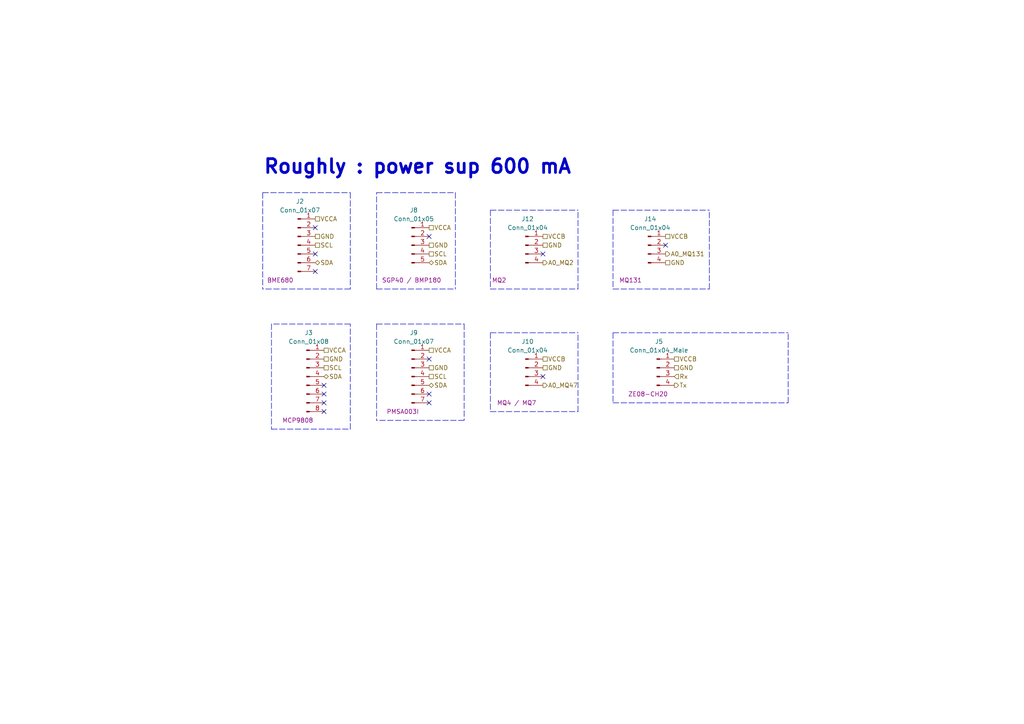
<source format=kicad_sch>
(kicad_sch (version 20211123) (generator eeschema)
  (paper "A4")
  (title_block (title "PCB power supply for sensors"))
  (lib_symbols
    (symbol "Connector:Conn_01x04_Male" (pin_names (offset 1.016) hide)
      (property "Reference" "J" (at 0 5.08 0))
      (property "Value" "Conn_01x04_Male" (at 0 -7.62 0))
      (symbol "Conn_01x04_Male_1_1"
        (polyline (pts (xy 1.27 -5.08) (xy 0.8636 -5.08)) (stroke (width 0.1524)))
        (polyline (pts (xy 1.27 -2.54) (xy 0.8636 -2.54)) (stroke (width 0.1524)))
        (polyline (pts (xy 1.27 0) (xy 0.8636 0)) (stroke (width 0.1524)))
        (polyline (pts (xy 1.27 2.54) (xy 0.8636 2.54)) (stroke (width 0.1524)))
        (rectangle (start 0.8636 -4.953) (end 0 -5.207) (stroke (width 0.1524)) (fill (type outline)))
        (rectangle (start 0.8636 -2.413) (end 0 -2.667) (stroke (width 0.1524)) (fill (type outline)))
        (rectangle (start 0.8636 0.127) (end 0 -0.127) (stroke (width 0.1524)) (fill (type outline)))
        (rectangle (start 0.8636 2.667) (end 0 2.413) (stroke (width 0.1524)) (fill (type outline)))
        (pin passive line (at 5.08 2.54 180) (length 3.81) (name "Pin_1") (number "1"))
        (pin passive line (at 5.08 0 180) (length 3.81) (name "Pin_2") (number "2"))
        (pin passive line (at 5.08 -2.54 180) (length 3.81) (name "Pin_3") (number "3"))
        (pin passive line (at 5.08 -5.08 180) (length 3.81) (name "Pin_4") (number "4"))
      )
    )
    (symbol "Connector:Conn_01x05_Male" (pin_names (offset 1.016) hide)
      (property "Reference" "J" (at 0 7.62 0))
      (property "Value" "Conn_01x05_Male" (at 0 -7.62 0))
      (symbol "Conn_01x05_Male_1_1"
        (polyline (pts (xy 1.27 -5.08) (xy 0.8636 -5.08)) (stroke (width 0.1524)))
        (polyline (pts (xy 1.27 -2.54) (xy 0.8636 -2.54)) (stroke (width 0.1524)))
        (polyline (pts (xy 1.27 0) (xy 0.8636 0)) (stroke (width 0.1524)))
        (polyline (pts (xy 1.27 2.54) (xy 0.8636 2.54)) (stroke (width 0.1524)))
        (polyline (pts (xy 1.27 5.08) (xy 0.8636 5.08)) (stroke (width 0.1524)))
        (rectangle (start 0.8636 -4.953) (end 0 -5.207) (stroke (width 0.1524)) (fill (type outline)))
        (rectangle (start 0.8636 -2.413) (end 0 -2.667) (stroke (width 0.1524)) (fill (type outline)))
        (rectangle (start 0.8636 0.127) (end 0 -0.127) (stroke (width 0.1524)) (fill (type outline)))
        (rectangle (start 0.8636 2.667) (end 0 2.413) (stroke (width 0.1524)) (fill (type outline)))
        (rectangle (start 0.8636 5.207) (end 0 4.953) (stroke (width 0.1524)) (fill (type outline)))
        (pin passive line (at 5.08 5.08 180) (length 3.81) (name "Pin_1") (number "1"))
        (pin passive line (at 5.08 2.54 180) (length 3.81) (name "Pin_2") (number "2"))
        (pin passive line (at 5.08 0 180) (length 3.81) (name "Pin_3") (number "3"))
        (pin passive line (at 5.08 -2.54 180) (length 3.81) (name "Pin_4") (number "4"))
        (pin passive line (at 5.08 -5.08 180) (length 3.81) (name "Pin_5") (number "5"))
      )
    )
    (symbol "Connector:Conn_01x07_Male" (pin_names (offset 1.016) hide)
      (property "Reference" "J" (at 0 10.16 0))
      (property "Value" "Conn_01x07_Male" (at 0 -10.16 0))
      (symbol "Conn_01x07_Male_1_1"
        (polyline (pts (xy 1.27 -7.62) (xy 0.8636 -7.62)) (stroke (width 0.1524)))
        (polyline (pts (xy 1.27 -5.08) (xy 0.8636 -5.08)) (stroke (width 0.1524)))
        (polyline (pts (xy 1.27 -2.54) (xy 0.8636 -2.54)) (stroke (width 0.1524)))
        (polyline (pts (xy 1.27 0) (xy 0.8636 0)) (stroke (width 0.1524)))
        (polyline (pts (xy 1.27 2.54) (xy 0.8636 2.54)) (stroke (width 0.1524)))
        (polyline (pts (xy 1.27 5.08) (xy 0.8636 5.08)) (stroke (width 0.1524)))
        (polyline (pts (xy 1.27 7.62) (xy 0.8636 7.62)) (stroke (width 0.1524)))
        (rectangle (start 0.8636 -7.493) (end 0 -7.747) (stroke (width 0.1524)) (fill (type outline)))
        (rectangle (start 0.8636 -4.953) (end 0 -5.207) (stroke (width 0.1524)) (fill (type outline)))
        (rectangle (start 0.8636 -2.413) (end 0 -2.667) (stroke (width 0.1524)) (fill (type outline)))
        (rectangle (start 0.8636 0.127) (end 0 -0.127) (stroke (width 0.1524)) (fill (type outline)))
        (rectangle (start 0.8636 2.667) (end 0 2.413) (stroke (width 0.1524)) (fill (type outline)))
        (rectangle (start 0.8636 5.207) (end 0 4.953) (stroke (width 0.1524)) (fill (type outline)))
        (rectangle (start 0.8636 7.747) (end 0 7.493) (stroke (width 0.1524)) (fill (type outline)))
        (pin passive line (at 5.08 7.62 180) (length 3.81) (name "Pin_1") (number "1"))
        (pin passive line (at 5.08 5.08 180) (length 3.81) (name "Pin_2") (number "2"))
        (pin passive line (at 5.08 2.54 180) (length 3.81) (name "Pin_3") (number "3"))
        (pin passive line (at 5.08 0 180) (length 3.81) (name "Pin_4") (number "4"))
        (pin passive line (at 5.08 -2.54 180) (length 3.81) (name "Pin_5") (number "5"))
        (pin passive line (at 5.08 -5.08 180) (length 3.81) (name "Pin_6") (number "6"))
        (pin passive line (at 5.08 -7.62 180) (length 3.81) (name "Pin_7") (number "7"))
      )
    )
    (symbol "Connector:Conn_01x08_Male" (pin_names (offset 1.016) hide)
      (property "Reference" "J" (at 0 10.16 0))
      (property "Value" "Conn_01x08_Male" (at 0 -12.7 0))
      (symbol "Conn_01x08_Male_1_1"
        (polyline (pts (xy 1.27 -10.16) (xy 0.8636 -10.16)) (stroke (width 0.1524)))
        (polyline (pts (xy 1.27 -7.62) (xy 0.8636 -7.62)) (stroke (width 0.1524)))
        (polyline (pts (xy 1.27 -5.08) (xy 0.8636 -5.08)) (stroke (width 0.1524)))
        (polyline (pts (xy 1.27 -2.54) (xy 0.8636 -2.54)) (stroke (width 0.1524)))
        (polyline (pts (xy 1.27 0) (xy 0.8636 0)) (stroke (width 0.1524)))
        (polyline (pts (xy 1.27 2.54) (xy 0.8636 2.54)) (stroke (width 0.1524)))
        (polyline (pts (xy 1.27 5.08) (xy 0.8636 5.08)) (stroke (width 0.1524)))
        (polyline (pts (xy 1.27 7.62) (xy 0.8636 7.62)) (stroke (width 0.1524)))
        (rectangle (start 0.8636 -10.033) (end 0 -10.287) (stroke (width 0.1524)) (fill (type outline)))
        (rectangle (start 0.8636 -7.493) (end 0 -7.747) (stroke (width 0.1524)) (fill (type outline)))
        (rectangle (start 0.8636 -4.953) (end 0 -5.207) (stroke (width 0.1524)) (fill (type outline)))
        (rectangle (start 0.8636 -2.413) (end 0 -2.667) (stroke (width 0.1524)) (fill (type outline)))
        (rectangle (start 0.8636 0.127) (end 0 -0.127) (stroke (width 0.1524)) (fill (type outline)))
        (rectangle (start 0.8636 2.667) (end 0 2.413) (stroke (width 0.1524)) (fill (type outline)))
        (rectangle (start 0.8636 5.207) (end 0 4.953) (stroke (width 0.1524)) (fill (type outline)))
        (rectangle (start 0.8636 7.747) (end 0 7.493) (stroke (width 0.1524)) (fill (type outline)))
        (pin passive line (at 5.08 7.62 180) (length 3.81) (name "Pin_1") (number "1"))
        (pin passive line (at 5.08 5.08 180) (length 3.81) (name "Pin_2") (number "2"))
        (pin passive line (at 5.08 2.54 180) (length 3.81) (name "Pin_3") (number "3"))
        (pin passive line (at 5.08 0 180) (length 3.81) (name "Pin_4") (number "4"))
        (pin passive line (at 5.08 -2.54 180) (length 3.81) (name "Pin_5") (number "5"))
        (pin passive line (at 5.08 -5.08 180) (length 3.81) (name "Pin_6") (number "6"))
        (pin passive line (at 5.08 -7.62 180) (length 3.81) (name "Pin_7") (number "7"))
        (pin passive line (at 5.08 -10.16 180) (length 3.81) (name "Pin_8") (number "8"))
      )
    )
  )
  (no_connect (at 91.44 73.66))
  (no_connect (at 124.46 104.14))
  (no_connect (at 93.98 111.76))
  (no_connect (at 93.98 119.38))
  (no_connect (at 93.98 114.3))
  (no_connect (at 93.98 116.84))
  (no_connect (at 157.48 73.66))
  (no_connect (at 124.46 68.58))
  (no_connect (at 91.44 78.74))
  (no_connect (at 91.44 66.04))
  (no_connect (at 124.46 114.3))
  (no_connect (at 193.04 71.12))
  (no_connect (at 124.46 116.84))
  (no_connect (at 157.48 109.22))
  (polyline (pts (xy 101.6 124.46) (xy 101.6 93.98)))
  (polyline (pts (xy 167.64 83.82) (xy 167.64 60.96)))
  (polyline (pts (xy 109.22 93.98) (xy 109.22 121.92)))
  (polyline (pts (xy 177.8 116.84) (xy 228.6 116.84)))
  (polyline (pts (xy 109.22 83.82) (xy 132.08 83.82)))
  (polyline (pts (xy 142.24 119.38) (xy 167.64 119.38)))
  (polyline (pts (xy 142.24 83.82) (xy 167.64 83.82)))
  (polyline (pts (xy 142.24 96.52) (xy 142.24 119.38)))
  (polyline (pts (xy 76.2 55.88) (xy 101.6 55.88)))
  (polyline (pts (xy 142.24 96.52) (xy 167.64 96.52)))
  (polyline (pts (xy 132.08 55.88) (xy 132.08 83.82)))
  (polyline (pts (xy 101.6 55.88) (xy 101.6 83.82)))
  (polyline (pts (xy 109.22 55.88) (xy 132.08 55.88)))
  (polyline (pts (xy 177.8 83.82) (xy 205.74 83.82)))
  (polyline (pts (xy 134.62 93.98) (xy 134.62 121.92)))
  (polyline (pts (xy 228.6 116.84) (xy 228.6 96.52)))
  (polyline (pts (xy 142.24 60.96) (xy 167.64 60.96)))
  (polyline (pts (xy 109.22 83.82) (xy 109.22 55.88)))
  (polyline (pts (xy 205.74 83.82) (xy 205.74 60.96)))
  (polyline (pts (xy 134.62 121.92) (xy 109.22 121.92)))
  (polyline (pts (xy 78.74 93.98) (xy 78.74 124.46)))
  (polyline (pts (xy 78.74 124.46) (xy 101.6 124.46)))
  (polyline (pts (xy 109.22 93.98) (xy 134.62 93.98)))
  (polyline (pts (xy 76.2 55.88) (xy 76.2 83.82)))
  (polyline (pts (xy 177.8 96.52) (xy 228.6 96.52)))
  (polyline (pts (xy 167.64 119.38) (xy 167.64 96.52)))
  (polyline (pts (xy 142.24 60.96) (xy 142.24 83.82)))
  (polyline (pts (xy 177.8 96.52) (xy 177.8 116.84)))
  (polyline (pts (xy 101.6 93.98) (xy 78.74 93.98)))
  (polyline (pts (xy 177.8 60.96) (xy 205.74 60.96)))
  (polyline (pts (xy 177.8 60.96) (xy 177.8 83.82)))
  (polyline (pts (xy 101.6 83.82) (xy 76.2 83.82)))
  (text "Roughly : power sup 600 mA" (at 76.2 50.8 0) (effects (font (size 4 4) (thickness 0.8) bold) (justify left bottom)))
  (hierarchical_label "Tx" (shape output) (at 195.58 111.76 0))
  (hierarchical_label "SDA" (shape bidirectional) (at 124.46 76.2 0))
  (hierarchical_label "A0_MQ131" (shape output) (at 193.04 73.66 0))
  (hierarchical_label "GND" (shape passive) (at 195.58 106.68 0))
  (hierarchical_label "VCCB" (shape passive) (at 157.48 104.14 0))
  (hierarchical_label "SCL" (shape passive) (at 91.44 71.12 0))
  (hierarchical_label "A0_MQ47" (shape output) (at 157.48 111.76 0))
  (hierarchical_label "SCL" (shape passive) (at 124.46 73.66 0))
  (hierarchical_label "SCL" (shape passive) (at 124.46 109.22 0))
  (hierarchical_label "SDA" (shape bidirectional) (at 91.44 76.2 0))
  (hierarchical_label "A0_MQ2" (shape output) (at 157.48 76.2 0))
  (hierarchical_label "VCCA" (shape passive) (at 124.46 101.6 0))
  (hierarchical_label "VCCA" (shape passive) (at 124.46 66.04 0))
  (hierarchical_label "VCCB" (shape passive) (at 195.58 104.14 0))
  (hierarchical_label "VCCA" (shape passive) (at 93.98 101.6 0))
  (hierarchical_label "GND" (shape passive) (at 157.48 106.68 0))
  (hierarchical_label "GND" (shape passive) (at 91.44 68.58 0))
  (hierarchical_label "GND" (shape passive) (at 124.46 106.68 0))
  (hierarchical_label "Rx" (shape input) (at 195.58 109.22 0))
  (hierarchical_label "SDA" (shape bidirectional) (at 93.98 109.22 0))
  (hierarchical_label "VCCB" (shape passive) (at 157.48 68.58 0))
  (hierarchical_label "VCCB" (shape passive) (at 193.04 68.58 0))
  (hierarchical_label "VCCA" (shape passive) (at 91.44 63.5 0))
  (hierarchical_label "GND" (shape passive) (at 93.98 104.14 0))
  (hierarchical_label "SDA" (shape bidirectional) (at 124.46 111.76 0))
  (hierarchical_label "GND" (shape passive) (at 193.04 76.2 0))
  (hierarchical_label "GND" (shape passive) (at 124.46 71.12 0))
  (hierarchical_label "GND" (shape passive) (at 157.48 71.12 0))
  (hierarchical_label "SCL" (shape passive) (at 93.98 106.68 0))
  (symbol (lib_id "Connector:Conn_01x05_Male") (at 119.38 71.12 0) (unit 1)
    (property "Reference" "J8" (at 120.015 60.96 0))
    (property "Value" "Conn_01x05" (at 120.015 63.5 0))
    (property "Footprint" "Connector_PinSocket_2.54mm:PinSocket_1x05_P2.54mm_Vertical" (effects hide))
    (property "Datasheet" "https://docs.rs-online.com/1956/A700000007055193.pdf" (effects hide))
    (property "Purpose" "SGP40 / BMP180" (at 119.38 81.28 0))
    (property "Consumption" "4 mA" (effects hide))
  )
  (symbol (lib_id "Connector:Conn_01x04_Male") (at 187.96 71.12 0) (unit 1)
    (property "Reference" "J14" (at 188.595 63.5 0))
    (property "Value" "Conn_01x04" (at 188.595 66.04 0))
    (property "Footprint" "Connector_PinSocket_2.54mm:PinSocket_1x04_P2.54mm_Vertical" (effects hide))
    (property "Purpose" "MQ131" (at 182.88 81.28 0))
    (property "Consumption" "150 mA" (effects hide))
  )
  (symbol (lib_id "Connector:Conn_01x07_Male") (at 86.36 71.12 0) (unit 1)
    (property "Reference" "J2" (at 86.995 58.42 0))
    (property "Value" "Conn_01x07" (at 86.995 60.96 0))
    (property "Footprint" "Connector_PinSocket_2.54mm:PinSocket_1x07_P2.54mm_Vertical" (effects hide))
    (property "Datasheet" "https://cdn-shop.adafruit.com/product-files/3660/BME680.pdf" (effects hide))
    (property "Purpose" "BME680" (at 81.28 81.28 0))
    (property "Consumption" "12 mA" (effects hide))
  )
  (symbol (lib_id "Connector:Conn_01x04_Male") (at 190.5 106.68 0) (unit 1)
    (property "Reference" "J5" (at 191.135 99.06 0))
    (property "Value" "Conn_01x04_Male" (at 191.135 101.6 0))
    (property "Footprint" "Connector_PinSocket_2.54mm:PinSocket_1x04_P2.54mm_Vertical" (effects hide))
    (property "Datasheet" "https://www.komputer.de/wordpress/wp-content/uploads/2017/07/ZE08-CH2O-V1.0.pdf" (effects hide))
    (property "Puprose" "ZE08-CH20" (at 187.96 114.3 0))
    (property "Sensing role" "Fornakdehyde gas" (effects hide))
    (property "Details" "4. Vin (3.7-9V) , 3. GND , 5. Rx (3.3V) , 6. Tx (3.3V)" (effects hide))
  )
  (symbol (lib_id "Connector:Conn_01x08_Male") (at 88.9 109.22 0) (unit 1)
    (property "Reference" "J3" (at 89.535 96.52 0))
    (property "Value" "Conn_01x08" (at 89.535 99.06 0))
    (property "Footprint" "Connector_PinSocket_2.54mm:PinSocket_1x08_P2.54mm_Vertical" (effects hide))
    (property "Datasheet" "https://ww1.microchip.com/downloads/en/DeviceDoc/25095A.pdf" (effects hide))
    (property "Purpose" "MCP9808" (at 86.36 121.92 0))
    (property "Consumption" "0,2 mA" (effects hide))
  )
  (symbol (lib_id "Connector:Conn_01x07_Male") (at 119.38 109.22 0) (unit 1)
    (property "Reference" "J9" (at 120.015 96.52 0))
    (property "Value" "Conn_01x07" (at 120.015 99.06 0))
    (property "Footprint" "Connector_PinSocket_2.54mm:PinSocket_1x07_P2.54mm_Vertical" (effects hide))
    (property "Datasheet" "https://cdn-shop.adafruit.com/product-files/4632/4505_PMSA003I_series_data_manual_English_V2.6.pdf" (effects hide))
    (property "Purpose" "PMSA003I" (at 116.84 119.38 0))
    (property "Consumption" "100 mA" (effects hide))
  )
  (symbol (lib_id "Connector:Conn_01x04_Male") (at 152.4 106.68 0) (unit 1)
    (property "Reference" "J10" (at 153.035 99.06 0))
    (property "Value" "Conn_01x04" (at 153.035 101.6 0))
    (property "Footprint" "Connector_PinSocket_2.54mm:PinSocket_1x04_P2.54mm_Vertical" (effects hide))
    (property "Purpose" "MQ4 / MQ7" (at 149.86 116.84 0))
    (property "Consumption" "150 mA" (effects hide))
  )
  (symbol (lib_id "Connector:Conn_01x04_Male") (at 152.4 71.12 0) (unit 1)
    (property "Reference" "J12" (at 153.035 63.5 0))
    (property "Value" "Conn_01x04" (at 153.035 66.04 0))
    (property "Footprint" "Connector_PinSocket_2.54mm:PinSocket_1x04_P2.54mm_Vertical" (effects hide))
    (property "Purpose" "MQ2" (at 144.78 81.28 0))
    (property "Consumption" "88 mA" (effects hide))
  )
)
</source>
